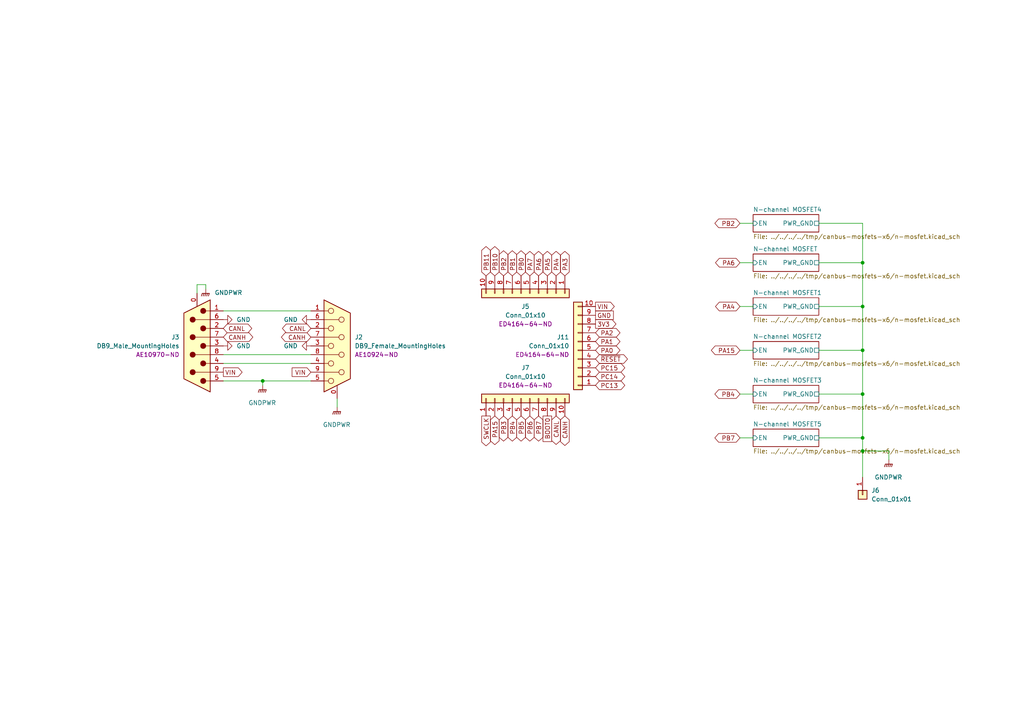
<source format=kicad_sch>
(kicad_sch (version 20230121) (generator eeschema)
  (paper "A4")
  (lib_symbols
    (symbol "Connector:DB9_Female_MountingHoles" (pin_names (offset 1.016) hide)
      (property "Reference" "J" (at 0 16.51 0))
      (property "Value" "DB9_Female_MountingHoles" (at 0 14.605 0))
      (symbol "DB9_Female_MountingHoles_0_1"
        (circle (center -1.778 -10.16) (radius 0.762))
        (circle (center -1.778 -5.08) (radius 0.762))
        (circle (center -1.778 0) (radius 0.762))
        (circle (center -1.778 5.08) (radius 0.762))
        (circle (center -1.778 10.16) (radius 0.762))
        (polyline (pts (xy -3.81 -10.16) (xy -2.54 -10.16)))
        (polyline (pts (xy -3.81 -7.62) (xy 0.508 -7.62)))
        (polyline (pts (xy -3.81 -5.08) (xy -2.54 -5.08)))
        (polyline (pts (xy -3.81 -2.54) (xy 0.508 -2.54)))
        (polyline (pts (xy -3.81 0) (xy -2.54 0)))
        (polyline (pts (xy -3.81 2.54) (xy 0.508 2.54)))
        (polyline (pts (xy -3.81 5.08) (xy -2.54 5.08)))
        (polyline (pts (xy -3.81 7.62) (xy 0.508 7.62)))
        (polyline (pts (xy -3.81 10.16) (xy -2.54 10.16)))
        (polyline (pts (xy -3.81 13.335) (xy -3.81 -13.335) (xy 3.81 -9.525) (xy 3.81 9.525) (xy -3.81 13.335)) (stroke (width 0.254)) (fill (type background)))
        (circle (center 1.27 -7.62) (radius 0.762))
        (circle (center 1.27 -2.54) (radius 0.762))
        (circle (center 1.27 2.54) (radius 0.762))
        (circle (center 1.27 7.62) (radius 0.762))
      )
      (symbol "DB9_Female_MountingHoles_1_1"
        (pin passive line (at 0 -15.24 90) (length 3.81) (name "PAD") (number "0"))
        (pin passive line (at -7.62 10.16 0) (length 3.81) (name "1") (number "1"))
        (pin passive line (at -7.62 5.08 0) (length 3.81) (name "2") (number "2"))
        (pin passive line (at -7.62 0 0) (length 3.81) (name "3") (number "3"))
        (pin passive line (at -7.62 -5.08 0) (length 3.81) (name "4") (number "4"))
        (pin passive line (at -7.62 -10.16 0) (length 3.81) (name "5") (number "5"))
        (pin passive line (at -7.62 7.62 0) (length 3.81) (name "6") (number "6"))
        (pin passive line (at -7.62 2.54 0) (length 3.81) (name "7") (number "7"))
        (pin passive line (at -7.62 -2.54 0) (length 3.81) (name "8") (number "8"))
        (pin passive line (at -7.62 -7.62 0) (length 3.81) (name "9") (number "9"))
      )
    )
    (symbol "Connector:DB9_Male_MountingHoles" (pin_names (offset 1.016) hide)
      (property "Reference" "J" (at 0 16.51 0))
      (property "Value" "DB9_Male_MountingHoles" (at 0 14.605 0))
      (symbol "DB9_Male_MountingHoles_0_1"
        (circle (center -1.778 -10.16) (radius 0.762) (fill (type outline)))
        (circle (center -1.778 -5.08) (radius 0.762) (fill (type outline)))
        (circle (center -1.778 0) (radius 0.762) (fill (type outline)))
        (circle (center -1.778 5.08) (radius 0.762) (fill (type outline)))
        (circle (center -1.778 10.16) (radius 0.762) (fill (type outline)))
        (polyline (pts (xy -3.81 -10.16) (xy -2.54 -10.16)))
        (polyline (pts (xy -3.81 -7.62) (xy 0.508 -7.62)))
        (polyline (pts (xy -3.81 -5.08) (xy -2.54 -5.08)))
        (polyline (pts (xy -3.81 -2.54) (xy 0.508 -2.54)))
        (polyline (pts (xy -3.81 0) (xy -2.54 0)))
        (polyline (pts (xy -3.81 2.54) (xy 0.508 2.54)))
        (polyline (pts (xy -3.81 5.08) (xy -2.54 5.08)))
        (polyline (pts (xy -3.81 7.62) (xy 0.508 7.62)))
        (polyline (pts (xy -3.81 10.16) (xy -2.54 10.16)))
        (polyline (pts (xy -3.81 -13.335) (xy -3.81 13.335) (xy 3.81 9.525) (xy 3.81 -9.525) (xy -3.81 -13.335)) (stroke (width 0.254)) (fill (type background)))
        (circle (center 1.27 -7.62) (radius 0.762) (fill (type outline)))
        (circle (center 1.27 -2.54) (radius 0.762) (fill (type outline)))
        (circle (center 1.27 2.54) (radius 0.762) (fill (type outline)))
        (circle (center 1.27 7.62) (radius 0.762) (fill (type outline)))
      )
      (symbol "DB9_Male_MountingHoles_1_1"
        (pin passive line (at 0 -15.24 90) (length 3.81) (name "PAD") (number "0"))
        (pin passive line (at -7.62 -10.16 0) (length 3.81) (name "1") (number "1"))
        (pin passive line (at -7.62 -5.08 0) (length 3.81) (name "2") (number "2"))
        (pin passive line (at -7.62 0 0) (length 3.81) (name "3") (number "3"))
        (pin passive line (at -7.62 5.08 0) (length 3.81) (name "4") (number "4"))
        (pin passive line (at -7.62 10.16 0) (length 3.81) (name "5") (number "5"))
        (pin passive line (at -7.62 -7.62 0) (length 3.81) (name "6") (number "6"))
        (pin passive line (at -7.62 -2.54 0) (length 3.81) (name "7") (number "7"))
        (pin passive line (at -7.62 2.54 0) (length 3.81) (name "8") (number "8"))
        (pin passive line (at -7.62 7.62 0) (length 3.81) (name "9") (number "9"))
      )
    )
    (symbol "Connector_Generic:Conn_01x01" (pin_names (offset 1.016) hide)
      (property "Reference" "J" (at 0 2.54 0))
      (property "Value" "Conn_01x01" (at 0 -2.54 0))
      (symbol "Conn_01x01_1_1"
        (rectangle (start -1.27 0.127) (end 0 -0.127) (stroke (width 0.1524)))
        (rectangle (start -1.27 1.27) (end 1.27 -1.27) (stroke (width 0.254)) (fill (type background)))
        (pin passive line (at -5.08 0 0) (length 3.81) (name "Pin_1") (number "1"))
      )
    )
    (symbol "Connector_Generic:Conn_01x10" (pin_names (offset 1.016) hide)
      (property "Reference" "J" (at 0 12.7 0))
      (property "Value" "Conn_01x10" (at 0 -15.24 0))
      (symbol "Conn_01x10_1_1"
        (rectangle (start -1.27 -12.573) (end 0 -12.827) (stroke (width 0.1524)))
        (rectangle (start -1.27 -10.033) (end 0 -10.287) (stroke (width 0.1524)))
        (rectangle (start -1.27 -7.493) (end 0 -7.747) (stroke (width 0.1524)))
        (rectangle (start -1.27 -4.953) (end 0 -5.207) (stroke (width 0.1524)))
        (rectangle (start -1.27 -2.413) (end 0 -2.667) (stroke (width 0.1524)))
        (rectangle (start -1.27 0.127) (end 0 -0.127) (stroke (width 0.1524)))
        (rectangle (start -1.27 2.667) (end 0 2.413) (stroke (width 0.1524)))
        (rectangle (start -1.27 5.207) (end 0 4.953) (stroke (width 0.1524)))
        (rectangle (start -1.27 7.747) (end 0 7.493) (stroke (width 0.1524)))
        (rectangle (start -1.27 10.287) (end 0 10.033) (stroke (width 0.1524)))
        (rectangle (start -1.27 11.43) (end 1.27 -13.97) (stroke (width 0.254)) (fill (type background)))
        (pin passive line (at -5.08 10.16 0) (length 3.81) (name "Pin_1") (number "1"))
        (pin passive line (at -5.08 -12.7 0) (length 3.81) (name "Pin_10") (number "10"))
        (pin passive line (at -5.08 7.62 0) (length 3.81) (name "Pin_2") (number "2"))
        (pin passive line (at -5.08 5.08 0) (length 3.81) (name "Pin_3") (number "3"))
        (pin passive line (at -5.08 2.54 0) (length 3.81) (name "Pin_4") (number "4"))
        (pin passive line (at -5.08 0 0) (length 3.81) (name "Pin_5") (number "5"))
        (pin passive line (at -5.08 -2.54 0) (length 3.81) (name "Pin_6") (number "6"))
        (pin passive line (at -5.08 -5.08 0) (length 3.81) (name "Pin_7") (number "7"))
        (pin passive line (at -5.08 -7.62 0) (length 3.81) (name "Pin_8") (number "8"))
        (pin passive line (at -5.08 -10.16 0) (length 3.81) (name "Pin_9") (number "9"))
      )
    )
    (symbol "power:GND" (power) (pin_names (offset 0))
      (property "Value" "GND" (at 0 -3.81 0))
      (symbol "GND_0_1"
        (polyline (pts (xy 0 0) (xy 0 -1.27) (xy 1.27 -1.27) (xy 0 -2.54) (xy -1.27 -1.27) (xy 0 -1.27)))
      )
      (symbol "GND_1_1"
        (pin power_in line (at 0 0 270) (length 0) hide (name "GND") (number "1"))
      )
    )
    (symbol "power:GNDPWR" (power) (pin_names (offset 0))
      (property "Value" "GNDPWR" (at 0 -3.302 0))
      (symbol "GNDPWR_0_1"
        (polyline (pts (xy 0 -1.27) (xy 0 0)))
        (polyline (pts (xy -1.016 -1.27) (xy -1.27 -2.032) (xy -1.27 -2.032)) (stroke (width 0.2032)))
        (polyline (pts (xy -0.508 -1.27) (xy -0.762 -2.032) (xy -0.762 -2.032)) (stroke (width 0.2032)))
        (polyline (pts (xy 0 -1.27) (xy -0.254 -2.032) (xy -0.254 -2.032)) (stroke (width 0.2032)))
        (polyline (pts (xy 0.508 -1.27) (xy 0.254 -2.032) (xy 0.254 -2.032)) (stroke (width 0.2032)))
        (polyline (pts (xy 1.016 -1.27) (xy -1.016 -1.27) (xy -1.016 -1.27)) (stroke (width 0.2032)))
        (polyline (pts (xy 1.016 -1.27) (xy 0.762 -2.032) (xy 0.762 -2.032) (xy 0.762 -2.032)) (stroke (width 0.2032)))
      )
      (symbol "GNDPWR_1_1"
        (pin power_in line (at 0 0 270) (length 0) hide (name "GNDPWR") (number "1"))
      )
    )
  )
  (junction (at 250.19 88.9))
  (junction (at 250.19 127))
  (junction (at 250.19 130.81))
  (junction (at 250.19 76.2))
  (junction (at 250.19 114.3))
  (junction (at 76.2 110.49))
  (junction (at 250.19 101.6))
  (wire (pts (xy 237.49 64.77) (xy 250.19 64.77)))
  (wire (pts (xy 214.63 101.6) (xy 218.44 101.6)))
  (wire (pts (xy 214.63 64.77) (xy 218.44 64.77)))
  (wire (pts (xy 214.63 76.2) (xy 218.44 76.2)))
  (wire (pts (xy 59.69 82.55) (xy 57.15 82.55)))
  (wire (pts (xy 214.63 127) (xy 218.44 127)))
  (wire (pts (xy 76.2 110.49) (xy 90.17 110.49)))
  (wire (pts (xy 250.19 127) (xy 250.19 130.81)))
  (wire (pts (xy 64.77 110.49) (xy 76.2 110.49)))
  (wire (pts (xy 250.19 114.3) (xy 250.19 127)))
  (wire (pts (xy 97.79 115.57) (xy 97.79 118.11)))
  (wire (pts (xy 237.49 127) (xy 250.19 127)))
  (wire (pts (xy 57.15 82.55) (xy 57.15 85.09)))
  (wire (pts (xy 250.19 88.9) (xy 250.19 101.6)))
  (wire (pts (xy 250.19 76.2) (xy 250.19 88.9)))
  (wire (pts (xy 257.81 133.35) (xy 257.81 130.81)))
  (wire (pts (xy 237.49 114.3) (xy 250.19 114.3)))
  (wire (pts (xy 214.63 114.3) (xy 218.44 114.3)))
  (wire (pts (xy 237.49 88.9) (xy 250.19 88.9)))
  (wire (pts (xy 237.49 101.6) (xy 250.19 101.6)))
  (wire (pts (xy 250.19 130.81) (xy 250.19 138.43)))
  (wire (pts (xy 76.2 110.49) (xy 76.2 111.76)))
  (wire (pts (xy 257.81 130.81) (xy 250.19 130.81)))
  (wire (pts (xy 237.49 76.2) (xy 250.19 76.2)))
  (wire (pts (xy 59.69 83.82) (xy 59.69 82.55)))
  (wire (pts (xy 64.77 90.17) (xy 90.17 90.17)))
  (wire (pts (xy 64.77 102.87) (xy 90.17 102.87)))
  (wire (pts (xy 64.77 105.41) (xy 90.17 105.41)))
  (wire (pts (xy 214.63 88.9) (xy 218.44 88.9)))
  (wire (pts (xy 250.19 101.6) (xy 250.19 114.3)))
  (wire (pts (xy 250.19 64.77) (xy 250.19 76.2)))
  (global_label "PB7" (shape bidirectional) (at 214.63 127 180) (property "Intersheetrefs" "${INTERSHEET_REFS}" (effects hide)))
  (global_label "PB2" (shape bidirectional) (at 214.63 64.77 180) (property "Intersheetrefs" "${INTERSHEET_REFS}" (effects hide)))
  (global_label "PC13" (shape bidirectional) (at 172.72 111.76 0) (property "Intersheetrefs" "${INTERSHEET_REFS}" (effects hide)))
  (global_label "VIN" (shape input) (at 90.17 107.95 180) (property "Intersheetrefs" "${INTERSHEET_REFS}" (effects hide)))
  (global_label "PB6" (shape bidirectional) (at 153.67 120.65 270) (property "Intersheetrefs" "${INTERSHEET_REFS}" (effects hide)))
  (global_label "PA2" (shape bidirectional) (at 172.72 96.52 0) (property "Intersheetrefs" "${INTERSHEET_REFS}" (effects hide)))
  (global_label "PC15" (shape bidirectional) (at 172.72 106.68 0) (property "Intersheetrefs" "${INTERSHEET_REFS}" (effects hide)))
  (global_label "PA15" (shape bidirectional) (at 214.63 101.6 180) (property "Intersheetrefs" "${INTERSHEET_REFS}" (effects hide)))
  (global_label "PA4" (shape bidirectional) (at 161.29 80.01 90) (property "Intersheetrefs" "${INTERSHEET_REFS}" (effects hide)))
  (global_label "PB2" (shape bidirectional) (at 146.05 80.01 90) (property "Intersheetrefs" "${INTERSHEET_REFS}" (effects hide)))
  (global_label "PA6" (shape bidirectional) (at 214.63 76.2 180) (property "Intersheetrefs" "${INTERSHEET_REFS}" (effects hide)))
  (global_label "PB4" (shape bidirectional) (at 148.59 120.65 270) (property "Intersheetrefs" "${INTERSHEET_REFS}" (effects hide)))
  (global_label "BOOT0" (shape passive) (at 158.75 120.65 270) (property "Intersheetrefs" "${INTERSHEET_REFS}" (effects hide)))
  (global_label "PB1" (shape bidirectional) (at 148.59 80.01 90) (property "Intersheetrefs" "${INTERSHEET_REFS}" (effects hide)))
  (global_label "PA3" (shape bidirectional) (at 163.83 80.01 90) (property "Intersheetrefs" "${INTERSHEET_REFS}" (effects hide)))
  (global_label "PB5" (shape bidirectional) (at 151.13 120.65 270) (property "Intersheetrefs" "${INTERSHEET_REFS}" (effects hide)))
  (global_label "PB4" (shape bidirectional) (at 214.63 114.3 180) (property "Intersheetrefs" "${INTERSHEET_REFS}" (effects hide)))
  (global_label "PA4" (shape bidirectional) (at 214.63 88.9 180) (property "Intersheetrefs" "${INTERSHEET_REFS}" (effects hide)))
  (global_label "3V3" (shape output) (at 172.72 93.98 0) (property "Intersheetrefs" "${INTERSHEET_REFS}" (effects hide)))
  (global_label "CANH" (shape tri_state) (at 163.83 120.65 270) (property "Intersheetrefs" "${INTERSHEET_REFS}" (effects hide)))
  (global_label "PA0" (shape bidirectional) (at 172.72 101.6 0) (property "Intersheetrefs" "${INTERSHEET_REFS}" (effects hide)))
  (global_label "GND" (shape passive) (at 172.72 91.44 0) (property "Intersheetrefs" "${INTERSHEET_REFS}" (effects hide)))
  (global_label "PC14" (shape bidirectional) (at 172.72 109.22 0) (property "Intersheetrefs" "${INTERSHEET_REFS}" (effects hide)))
  (global_label "PB7" (shape bidirectional) (at 156.21 120.65 270) (property "Intersheetrefs" "${INTERSHEET_REFS}" (effects hide)))
  (global_label "SWCLK" (shape output) (at 140.97 120.65 270) (property "Intersheetrefs" "${INTERSHEET_REFS}" (effects hide)))
  (global_label "CANH" (shape tri_state) (at 90.17 97.79 180) (property "Intersheetrefs" "${INTERSHEET_REFS}" (effects hide)))
  (global_label "CANL" (shape tri_state) (at 64.77 95.25 0) (property "Intersheetrefs" "${INTERSHEET_REFS}" (effects hide)))
  (global_label "CANH" (shape tri_state) (at 64.77 97.79 0) (property "Intersheetrefs" "${INTERSHEET_REFS}" (effects hide)))
  (global_label "PB3" (shape bidirectional) (at 146.05 120.65 270) (property "Intersheetrefs" "${INTERSHEET_REFS}" (effects hide)))
  (global_label "PA1" (shape bidirectional) (at 172.72 99.06 0) (property "Intersheetrefs" "${INTERSHEET_REFS}" (effects hide)))
  (global_label "VIN" (shape output) (at 64.77 107.95 0) (property "Intersheetrefs" "${INTERSHEET_REFS}" (effects hide)))
  (global_label "PA6" (shape bidirectional) (at 156.21 80.01 90) (property "Intersheetrefs" "${INTERSHEET_REFS}" (effects hide)))
  (global_label "PB10" (shape bidirectional) (at 143.51 80.01 90) (property "Intersheetrefs" "${INTERSHEET_REFS}" (effects hide)))
  (global_label "PA5" (shape bidirectional) (at 158.75 80.01 90) (property "Intersheetrefs" "${INTERSHEET_REFS}" (effects hide)))
  (global_label "VIN" (shape output) (at 172.72 88.9 0) (property "Intersheetrefs" "${INTERSHEET_REFS}" (effects hide)))
  (global_label "PA7" (shape bidirectional) (at 153.67 80.01 90) (property "Intersheetrefs" "${INTERSHEET_REFS}" (effects hide)))
  (global_label "PB0" (shape bidirectional) (at 151.13 80.01 90) (property "Intersheetrefs" "${INTERSHEET_REFS}" (effects hide)))
  (global_label "~{RESET}" (shape tri_state) (at 172.72 104.14 0) (property "Intersheetrefs" "${INTERSHEET_REFS}" (effects hide)))
  (global_label "PB11" (shape bidirectional) (at 140.97 80.01 90) (property "Intersheetrefs" "${INTERSHEET_REFS}" (effects hide)))
  (global_label "CANL" (shape tri_state) (at 161.29 120.65 270) (property "Intersheetrefs" "${INTERSHEET_REFS}" (effects hide)))
  (global_label "CANL" (shape tri_state) (at 90.17 95.25 180) (property "Intersheetrefs" "${INTERSHEET_REFS}" (effects hide)))
  (global_label "PA15" (shape bidirectional) (at 143.51 120.65 270) (property "Intersheetrefs" "${INTERSHEET_REFS}" (effects hide)))
  (symbol (lib_id "Connector_Generic:Conn_01x10") (at 167.64 101.6 180) (unit 1)
    (property "Reference" "J11" (at 165.1 97.7899 0) (effects (justify left)))
    (property "Value" "Conn_01x10" (at 165.1 100.3299 0) (effects (justify left)))
    (property "Footprint" "Connector_PinSocket_2.54mm:PinSocket_1x10_P2.54mm_Vertical_SMD_Pin1Left" (effects hide))
    (property "DigiKey" "ED4164-64-ND" (at 165.1 102.8699 0) (effects (justify left)))
  )
  (symbol (lib_id "power:GND") (at 64.77 100.33 90) (unit 1)
    (property "Reference" "#PWR022" (effects hide))
    (property "Value" "GND" (at 68.58 100.3301 90) (effects (justify right)))
  )
  (symbol (lib_id "Connector_Generic:Conn_01x01") (at 250.19 143.51 270) (unit 1)
    (property "Reference" "J6" (at 252.73 142.2399 90) (effects (justify left)))
    (property "Value" "Conn_01x01" (at 252.73 144.7799 90) (effects (justify left)))
    (property "Footprint" "Connector_Wire:SolderWire-1sqmm_1x01_D1.4mm_OD3.9mm" (effects hide))
  )
  (symbol (lib_id "power:GNDPWR") (at 97.79 118.11 0) (unit 1)
    (property "Reference" "#PWR?" (effects hide))
    (property "Value" "GNDPWR" (at 97.663 123.19 0))
  )
  (symbol (lib_id "power:GNDPWR") (at 76.2 111.76 0) (unit 1)
    (property "Reference" "#PWR?" (effects hide))
    (property "Value" "GNDPWR" (at 76.073 116.84 0))
  )
  (symbol (lib_id "Connector:DB9_Female_MountingHoles") (at 97.79 100.33 0) (unit 1)
    (property "Reference" "J2" (at 102.87 97.7899 0) (effects (justify left)))
    (property "Value" "DB9_Female_MountingHoles" (at 102.87 100.3299 0) (effects (justify left)))
    (property "Footprint" "Connector_Dsub:DSUB-9_Female_Horizontal_P2.77x2.84mm_EdgePinOffset7.70mm_Housed_MountingHolesOffset9.12mm" (effects hide))
    (property "Datasheet" "http://www.assmann-wsw.com/uploads/datasheets/ASS_4888_CO.pdf" (effects hide))
    (property "DigiKey" "AE10924-ND" (at 102.87 102.8699 0) (effects (justify left)))
  )
  (symbol (lib_id "power:GND") (at 90.17 92.71 270) (unit 1)
    (property "Reference" "#PWR020" (effects hide))
    (property "Value" "GND" (at 86.36 92.7099 90) (effects (justify right)))
  )
  (symbol (lib_id "power:GNDPWR") (at 257.81 133.35 0) (unit 1)
    (property "Reference" "#PWR?" (effects hide))
    (property "Value" "GNDPWR" (at 257.683 138.43 0))
  )
  (symbol (lib_id "Connector_Generic:Conn_01x10") (at 153.67 85.09 270) (unit 1)
    (property "Reference" "J5" (at 152.4 88.9 90))
    (property "Value" "Conn_01x10" (at 152.4 91.44 90))
    (property "Footprint" "Connector_PinSocket_2.54mm:PinSocket_1x10_P2.54mm_Vertical_SMD_Pin1Left" (effects hide))
    (property "DigiKey" "ED4164-64-ND" (at 152.4 93.98 90))
  )
  (symbol (lib_id "power:GND") (at 90.17 100.33 270) (unit 1)
    (property "Reference" "#PWR021" (effects hide))
    (property "Value" "GND" (at 86.36 100.3299 90) (effects (justify right)))
  )
  (symbol (lib_id "Connector:DB9_Male_MountingHoles") (at 57.15 100.33 180) (unit 1)
    (property "Reference" "J3" (at 52.07 97.7899 0) (effects (justify left)))
    (property "Value" "DB9_Male_MountingHoles" (at 52.07 100.3299 0) (effects (justify left)))
    (property "Footprint" "Connector_Dsub:DSUB-9_Male_Horizontal_P2.77x2.84mm_EdgePinOffset7.70mm_Housed_MountingHolesOffset9.12mm" (effects hide))
    (property "Datasheet" "http://www.assmann-wsw.com/uploads/datasheets/ASS_4888_CO.pdf" (effects hide))
    (property "DigiKey" "AE10970-ND" (at 52.07 102.8699 0) (effects (justify left)))
  )
  (symbol (lib_id "power:GND") (at 64.77 92.71 90) (unit 1)
    (property "Reference" "#PWR023" (effects hide))
    (property "Value" "GND" (at 68.58 92.7101 90) (effects (justify right)))
  )
  (symbol (lib_id "power:GNDPWR") (at 59.69 83.82 0) (unit 1)
    (property "Reference" "#PWR?" (effects hide))
    (property "Value" "GNDPWR" (at 62.23 84.8867 0) (effects (justify left)))
  )
  (symbol (lib_id "Connector_Generic:Conn_01x10") (at 151.13 115.57 90) (unit 1)
    (property "Reference" "J7" (at 152.4 106.68 90))
    (property "Value" "Conn_01x10" (at 152.4 109.22 90))
    (property "Footprint" "Connector_PinSocket_2.54mm:PinSocket_1x10_P2.54mm_Vertical_SMD_Pin1Left" (effects hide))
    (property "DigiKey" "ED4164-64-ND" (at 152.4 111.76 90))
  )
  (sheet (at 218.44 62.23) (size 19.05 5.08) (stroke (width 0.1524))
    (property "Sheetname" "N-channel MOSFET4" (at 218.44 61.5184 0) (effects (justify left bottom)))
    (property "Sheetfile" "../../../../tmp/canbus-mosfets-x6/n-mosfet.kicad_sch" (at 218.44 67.8946 0) (effects (justify left top)))
    (pin "EN" input (at 218.44 64.77 180))
    (pin "PWR_GND" passive (at 237.49 64.77 0))
  )
  (sheet (at 218.44 111.76) (size 19.05 5.08) (stroke (width 0.1524))
    (property "Sheetname" "N-channel MOSFET3" (at 218.44 111.0484 0) (effects (justify left bottom)))
    (property "Sheetfile" "../../../../tmp/canbus-mosfets-x6/n-mosfet.kicad_sch" (at 218.44 117.4246 0) (effects (justify left top)))
    (pin "EN" input (at 218.44 114.3 180))
    (pin "PWR_GND" passive (at 237.49 114.3 0))
  )
  (sheet (at 218.44 86.36) (size 19.05 5.08) (stroke (width 0.1524))
    (property "Sheetname" "N-channel MOSFET1" (at 218.44 85.6484 0) (effects (justify left bottom)))
    (property "Sheetfile" "../../../../tmp/canbus-mosfets-x6/n-mosfet.kicad_sch" (at 218.44 92.0246 0) (effects (justify left top)))
    (pin "EN" input (at 218.44 88.9 180))
    (pin "PWR_GND" passive (at 237.49 88.9 0))
  )
  (sheet (at 218.44 99.06) (size 19.05 5.08) (stroke (width 0.1524))
    (property "Sheetname" "N-channel MOSFET2" (at 218.44 98.3484 0) (effects (justify left bottom)))
    (property "Sheetfile" "../../../../tmp/canbus-mosfets-x6/n-mosfet.kicad_sch" (at 218.44 104.7246 0) (effects (justify left top)))
    (pin "EN" input (at 218.44 101.6 180))
    (pin "PWR_GND" passive (at 237.49 101.6 0))
  )
  (sheet (at 218.44 73.66) (size 19.05 5.08) (stroke (width 0.1524))
    (property "Sheetname" "N-channel MOSFET" (at 218.44 72.9484 0) (effects (justify left bottom)))
    (property "Sheetfile" "../../../../tmp/canbus-mosfets-x6/n-mosfet.kicad_sch" (at 218.44 79.3246 0) (effects (justify left top)))
    (pin "EN" input (at 218.44 76.2 180))
    (pin "PWR_GND" passive (at 237.49 76.2 0))
  )
  (sheet (at 218.44 124.46) (size 19.05 5.08) (stroke (width 0.1524))
    (property "Sheetname" "N-channel MOSFET5" (at 218.44 123.7484 0) (effects (justify left bottom)))
    (property "Sheetfile" "../../../../tmp/canbus-mosfets-x6/n-mosfet.kicad_sch" (at 218.44 130.1246 0) (effects (justify left top)))
    (pin "EN" input (at 218.44 127 180))
    (pin "PWR_GND" passive (at 237.49 127 0))
  )
)
</source>
